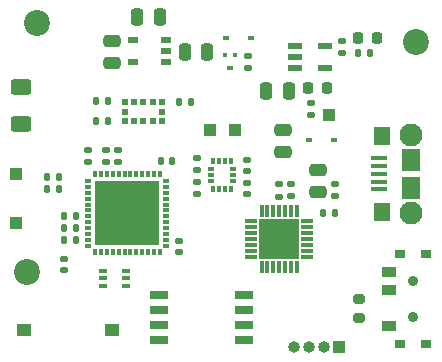
<source format=gbr>
%TF.GenerationSoftware,KiCad,Pcbnew,(6.0.0)*%
%TF.CreationDate,2022-05-30T17:20:12+01:00*%
%TF.ProjectId,Tracer,54726163-6572-42e6-9b69-6361645f7063,E*%
%TF.SameCoordinates,Original*%
%TF.FileFunction,Soldermask,Top*%
%TF.FilePolarity,Negative*%
%FSLAX46Y46*%
G04 Gerber Fmt 4.6, Leading zero omitted, Abs format (unit mm)*
G04 Created by KiCad (PCBNEW (6.0.0)) date 2022-05-30 17:20:12*
%MOMM*%
%LPD*%
G01*
G04 APERTURE LIST*
G04 Aperture macros list*
%AMRoundRect*
0 Rectangle with rounded corners*
0 $1 Rounding radius*
0 $2 $3 $4 $5 $6 $7 $8 $9 X,Y pos of 4 corners*
0 Add a 4 corners polygon primitive as box body*
4,1,4,$2,$3,$4,$5,$6,$7,$8,$9,$2,$3,0*
0 Add four circle primitives for the rounded corners*
1,1,$1+$1,$2,$3*
1,1,$1+$1,$4,$5*
1,1,$1+$1,$6,$7*
1,1,$1+$1,$8,$9*
0 Add four rect primitives between the rounded corners*
20,1,$1+$1,$2,$3,$4,$5,0*
20,1,$1+$1,$4,$5,$6,$7,0*
20,1,$1+$1,$6,$7,$8,$9,0*
20,1,$1+$1,$8,$9,$2,$3,0*%
G04 Aperture macros list end*
%ADD10RoundRect,0.140000X-0.140000X-0.170000X0.140000X-0.170000X0.140000X0.170000X-0.140000X0.170000X0*%
%ADD11RoundRect,0.135000X0.135000X0.185000X-0.135000X0.185000X-0.135000X-0.185000X0.135000X-0.185000X0*%
%ADD12RoundRect,0.140000X0.170000X-0.140000X0.170000X0.140000X-0.170000X0.140000X-0.170000X-0.140000X0*%
%ADD13RoundRect,0.250000X0.475000X-0.250000X0.475000X0.250000X-0.475000X0.250000X-0.475000X-0.250000X0*%
%ADD14RoundRect,0.250000X0.250000X0.475000X-0.250000X0.475000X-0.250000X-0.475000X0.250000X-0.475000X0*%
%ADD15R,0.600000X0.450000*%
%ADD16R,0.400000X0.450000*%
%ADD17R,0.500000X0.450000*%
%ADD18RoundRect,0.135000X-0.135000X-0.185000X0.135000X-0.185000X0.135000X0.185000X-0.135000X0.185000X0*%
%ADD19C,2.200000*%
%ADD20RoundRect,0.250000X-0.250000X-0.475000X0.250000X-0.475000X0.250000X0.475000X-0.250000X0.475000X0*%
%ADD21R,0.500000X0.500000*%
%ADD22RoundRect,0.135000X-0.185000X0.135000X-0.185000X-0.135000X0.185000X-0.135000X0.185000X0.135000X0*%
%ADD23R,0.350000X0.575000*%
%ADD24R,0.575000X0.350000*%
%ADD25R,1.350000X0.400000*%
%ADD26C,1.950000*%
%ADD27R,1.400000X1.600000*%
%ADD28R,1.600000X1.900000*%
%ADD29R,1.200000X0.600000*%
%ADD30R,1.000000X1.000000*%
%ADD31RoundRect,0.140000X0.140000X0.170000X-0.140000X0.170000X-0.140000X-0.170000X0.140000X-0.170000X0*%
%ADD32RoundRect,0.218750X-0.218750X-0.256250X0.218750X-0.256250X0.218750X0.256250X-0.218750X0.256250X0*%
%ADD33O,1.000000X1.000000*%
%ADD34RoundRect,0.135000X0.185000X-0.135000X0.185000X0.135000X-0.185000X0.135000X-0.185000X-0.135000X0*%
%ADD35RoundRect,0.140000X-0.170000X0.140000X-0.170000X-0.140000X0.170000X-0.140000X0.170000X0.140000X0*%
%ADD36C,0.900000*%
%ADD37R,1.250000X0.900000*%
%ADD38R,0.900000X0.800000*%
%ADD39R,1.200000X1.000000*%
%ADD40R,1.000000X0.300000*%
%ADD41R,0.300000X1.000000*%
%ADD42R,3.350000X3.350000*%
%ADD43RoundRect,0.250000X-0.625000X0.400000X-0.625000X-0.400000X0.625000X-0.400000X0.625000X0.400000X0*%
%ADD44R,0.650000X0.400000*%
%ADD45R,0.550000X0.350000*%
%ADD46R,0.350000X0.550000*%
%ADD47R,5.500000X5.500000*%
%ADD48RoundRect,0.200000X-0.275000X0.200000X-0.275000X-0.200000X0.275000X-0.200000X0.275000X0.200000X0*%
%ADD49R,0.900000X0.600000*%
%ADD50R,1.650000X0.650000*%
G04 APERTURE END LIST*
D10*
%TO.C,C15*%
X142320000Y-95100000D03*
X143280000Y-95100000D03*
%TD*%
D11*
%TO.C,R10*%
X135110000Y-99750000D03*
X134090000Y-99750000D03*
%TD*%
D12*
%TO.C,C1*%
X149600000Y-97900000D03*
X149600000Y-96940000D03*
%TD*%
D13*
%TO.C,C16*%
X138195000Y-86850000D03*
X138195000Y-84950000D03*
%TD*%
D14*
%TO.C,C5*%
X153155000Y-89200000D03*
X151255000Y-89200000D03*
%TD*%
D15*
%TO.C,D1*%
X154900000Y-93300000D03*
X157000000Y-93300000D03*
%TD*%
D16*
%TO.C,Q2*%
X148600000Y-86125000D03*
X147800000Y-86125000D03*
D17*
X148200000Y-87275000D03*
%TD*%
D18*
%TO.C,R7*%
X134090000Y-100750000D03*
X135110000Y-100750000D03*
%TD*%
D13*
%TO.C,C3*%
X152650000Y-94350000D03*
X152650000Y-92450000D03*
%TD*%
D19*
%TO.C,H3*%
X131000000Y-104500000D03*
%TD*%
D20*
%TO.C,C6*%
X140345000Y-82900000D03*
X142245000Y-82900000D03*
%TD*%
D21*
%TO.C,IC4*%
X139250000Y-90131885D03*
X140050000Y-90131885D03*
X140850000Y-90131885D03*
X141650000Y-90131885D03*
X142450000Y-90131885D03*
X142450000Y-90931885D03*
X142450000Y-91731885D03*
X141650000Y-91731885D03*
X140850000Y-91731885D03*
X140050000Y-91731885D03*
X139250000Y-91731885D03*
X139250000Y-90931885D03*
%TD*%
D22*
%TO.C,R12*%
X153350000Y-97090000D03*
X153350000Y-98110000D03*
%TD*%
D23*
%TO.C,IC1*%
X146750000Y-97463000D03*
X147250000Y-97463000D03*
X147750000Y-97463000D03*
X148250000Y-97463000D03*
D24*
X148412000Y-96800000D03*
X148412000Y-96300000D03*
X148412000Y-95800000D03*
D23*
X148250000Y-95137000D03*
X147750000Y-95137000D03*
X147250000Y-95137000D03*
X146750000Y-95137000D03*
D24*
X146588000Y-95800000D03*
X146588000Y-96300000D03*
X146588000Y-96800000D03*
%TD*%
D25*
%TO.C,J1*%
X160800000Y-97500000D03*
X160800000Y-96850000D03*
X160800000Y-96200000D03*
X160800000Y-95550000D03*
X160800000Y-94900000D03*
D26*
X163475000Y-99500000D03*
X163475000Y-92900000D03*
D27*
X161025000Y-99400000D03*
D28*
X163475000Y-97400000D03*
X163475000Y-95000000D03*
D27*
X161025000Y-93000000D03*
%TD*%
D29*
%TO.C,IC5*%
X153705000Y-85350000D03*
X153705000Y-86300000D03*
X153705000Y-87250000D03*
X156205000Y-87250000D03*
X156205000Y-85350000D03*
%TD*%
D18*
%TO.C,R16*%
X143840000Y-90150000D03*
X144860000Y-90150000D03*
%TD*%
D11*
%TO.C,R2*%
X160010000Y-86000000D03*
X158990000Y-86000000D03*
%TD*%
D12*
%TO.C,C7*%
X134100000Y-104360000D03*
X134100000Y-103400000D03*
%TD*%
%TO.C,C10*%
X137700000Y-95180000D03*
X137700000Y-94220000D03*
%TD*%
%TO.C,C14*%
X138700000Y-95180000D03*
X138700000Y-94220000D03*
%TD*%
D30*
%TO.C,TP3*%
X146500000Y-92500000D03*
%TD*%
D13*
%TO.C,C18*%
X155600000Y-97750000D03*
X155600000Y-95850000D03*
%TD*%
D12*
%TO.C,C13*%
X136200000Y-95180000D03*
X136200000Y-94220000D03*
%TD*%
D31*
%TO.C,C20*%
X137830000Y-91750000D03*
X136870000Y-91750000D03*
%TD*%
D32*
%TO.C,D2*%
X159012500Y-84700000D03*
X160587500Y-84700000D03*
%TD*%
D30*
%TO.C,J2*%
X157400000Y-110900000D03*
D33*
X156130000Y-110900000D03*
X154860000Y-110900000D03*
X153590000Y-110900000D03*
%TD*%
D22*
%TO.C,R4*%
X145400000Y-94890000D03*
X145400000Y-95910000D03*
%TD*%
D34*
%TO.C,R6*%
X157700000Y-86000000D03*
X157700000Y-84980000D03*
%TD*%
D30*
%TO.C,TP11*%
X130100000Y-96200000D03*
%TD*%
%TO.C,TP6*%
X130100000Y-100400000D03*
%TD*%
D19*
%TO.C,H2*%
X163900000Y-85000000D03*
%TD*%
D34*
%TO.C,R3*%
X155000000Y-91210000D03*
X155000000Y-90190000D03*
%TD*%
D35*
%TO.C,C2*%
X149600000Y-95020000D03*
X149600000Y-95980000D03*
%TD*%
D36*
%TO.C,S2*%
X163700000Y-108300000D03*
X163700000Y-105300000D03*
D37*
X161625000Y-104550000D03*
X161625000Y-106050000D03*
X161625000Y-109050000D03*
D38*
X164800000Y-103000000D03*
X162600000Y-103000000D03*
X162600000Y-110600000D03*
X164800000Y-110600000D03*
%TD*%
D39*
%TO.C,S1*%
X138150000Y-109400000D03*
X130750000Y-109400000D03*
%TD*%
D32*
%TO.C,D4*%
X154812500Y-88900000D03*
X156387500Y-88900000D03*
%TD*%
D15*
%TO.C,D3*%
X147850000Y-84700000D03*
X149950000Y-84700000D03*
%TD*%
D34*
%TO.C,R1*%
X149700000Y-87210000D03*
X149700000Y-86190000D03*
%TD*%
D31*
%TO.C,C19*%
X137830000Y-90050000D03*
X136870000Y-90050000D03*
%TD*%
D40*
%TO.C,IC8*%
X154700000Y-103200000D03*
X154700000Y-102700000D03*
X154700000Y-102200000D03*
X154700000Y-101700000D03*
X154700000Y-101200000D03*
X154700000Y-100700000D03*
X154700000Y-100200000D03*
D41*
X153850000Y-99350000D03*
X153350000Y-99350000D03*
X152850000Y-99350000D03*
X152350000Y-99350000D03*
X151850000Y-99350000D03*
X151350000Y-99350000D03*
X150850000Y-99350000D03*
D40*
X150000000Y-100200000D03*
X150000000Y-100700000D03*
X150000000Y-101200000D03*
X150000000Y-101700000D03*
X150000000Y-102200000D03*
X150000000Y-102700000D03*
X150000000Y-103200000D03*
D41*
X150850000Y-104050000D03*
X151350000Y-104050000D03*
X151850000Y-104050000D03*
X152350000Y-104050000D03*
X152850000Y-104050000D03*
X153350000Y-104050000D03*
X153850000Y-104050000D03*
D42*
X152350000Y-101700000D03*
%TD*%
D31*
%TO.C,C12*%
X133680000Y-96500000D03*
X132720000Y-96500000D03*
%TD*%
D19*
%TO.C,H1*%
X131800000Y-83400000D03*
%TD*%
D43*
%TO.C,AE1*%
X130500000Y-88850000D03*
X130500000Y-91950000D03*
%TD*%
D11*
%TO.C,R9*%
X135110000Y-101800000D03*
X134090000Y-101800000D03*
%TD*%
D44*
%TO.C,Q1*%
X139350000Y-105700000D03*
X139350000Y-105050000D03*
X139350000Y-104400000D03*
X137450000Y-104400000D03*
X137450000Y-105050000D03*
X137450000Y-105700000D03*
%TD*%
D45*
%TO.C,IC3*%
X136200000Y-96800000D03*
X136200000Y-97300000D03*
X136200000Y-97800000D03*
X136200000Y-98300000D03*
X136200000Y-98800000D03*
X136200000Y-99300000D03*
X136200000Y-99800000D03*
X136200000Y-100300000D03*
X136200000Y-100800000D03*
X136200000Y-101300000D03*
X136200000Y-101800000D03*
X136200000Y-102300000D03*
D46*
X136750000Y-102850000D03*
X137250000Y-102850000D03*
X137750000Y-102850000D03*
X138250000Y-102850000D03*
X138750000Y-102850000D03*
X139250000Y-102850000D03*
X139750000Y-102850000D03*
X140250000Y-102850000D03*
X140750000Y-102850000D03*
X141250000Y-102850000D03*
X141750000Y-102850000D03*
X142250000Y-102850000D03*
D45*
X142800000Y-102300000D03*
X142800000Y-101800000D03*
X142800000Y-101300000D03*
X142800000Y-100800000D03*
X142800000Y-100300000D03*
X142800000Y-99800000D03*
X142800000Y-99300000D03*
X142800000Y-98800000D03*
X142800000Y-98300000D03*
X142800000Y-97800000D03*
X142800000Y-97300000D03*
X142800000Y-96800000D03*
D46*
X142250000Y-96250000D03*
X141750000Y-96250000D03*
X141250000Y-96250000D03*
X140750000Y-96250000D03*
X140250000Y-96250000D03*
X139750000Y-96250000D03*
X139250000Y-96250000D03*
X138750000Y-96250000D03*
X138250000Y-96250000D03*
X137750000Y-96250000D03*
X137250000Y-96250000D03*
X136750000Y-96250000D03*
D47*
X139494000Y-99537000D03*
%TD*%
D10*
%TO.C,C17*%
X156070000Y-99550000D03*
X157030000Y-99550000D03*
%TD*%
D34*
%TO.C,R5*%
X145400000Y-97920000D03*
X145400000Y-96900000D03*
%TD*%
D12*
%TO.C,C8*%
X157100000Y-98060000D03*
X157100000Y-97100000D03*
%TD*%
D30*
%TO.C,TP4*%
X148600000Y-92500000D03*
%TD*%
D14*
%TO.C,C4*%
X146245000Y-85900000D03*
X144345000Y-85900000D03*
%TD*%
D48*
%TO.C,R8*%
X159100000Y-106775000D03*
X159100000Y-108425000D03*
%TD*%
D49*
%TO.C,IC6*%
X142795000Y-86750000D03*
X142795000Y-85800000D03*
X142795000Y-84850000D03*
X139995000Y-84850000D03*
X139995000Y-86750000D03*
%TD*%
D34*
%TO.C,R13*%
X152350000Y-98120000D03*
X152350000Y-97100000D03*
%TD*%
D50*
%TO.C,IC2*%
X142200000Y-106495000D03*
X142200000Y-107765000D03*
X142200000Y-109035000D03*
X142200000Y-110305000D03*
X149400000Y-110305000D03*
X149400000Y-109035000D03*
X149400000Y-107765000D03*
X149400000Y-106495000D03*
%TD*%
D30*
%TO.C,TP2*%
X156550000Y-91200000D03*
%TD*%
D35*
%TO.C,C11*%
X143900000Y-101870000D03*
X143900000Y-102830000D03*
%TD*%
D31*
%TO.C,C9*%
X133680000Y-97500000D03*
X132720000Y-97500000D03*
%TD*%
M02*

</source>
